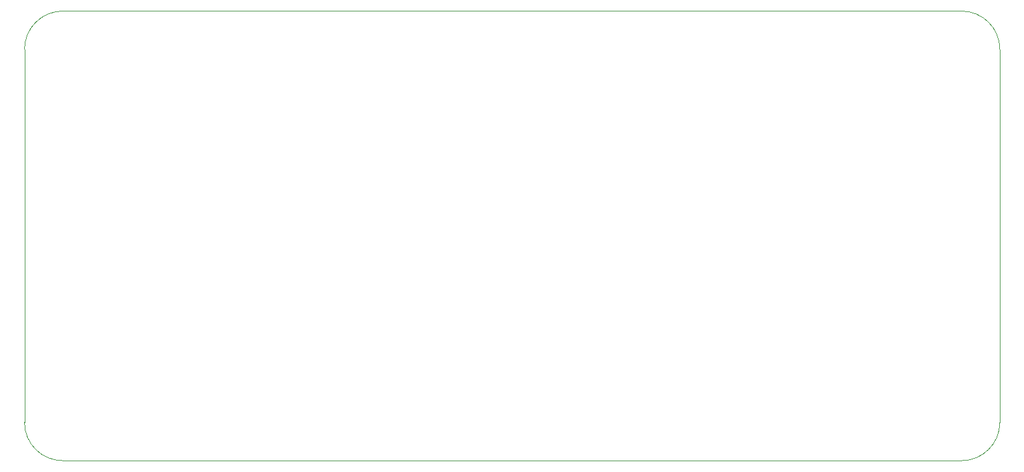
<source format=gbr>
G04*
G04 #@! TF.GenerationSoftware,Altium Limited,Altium Designer,25.1.2 (22)*
G04*
G04 Layer_Color=0*
%FSLAX44Y44*%
%MOMM*%
G71*
G04*
G04 #@! TF.SameCoordinates,939082EE-E914-4D5A-B06F-098D18607A17*
G04*
G04*
G04 #@! TF.FilePolarity,Positive*
G04*
G01*
G75*
%ADD83C,0.0254*%
D83*
X151000Y99998D02*
G02*
X99998Y151000I0J51002D01*
G01*
Y648997D01*
X100000Y649000D01*
D02*
G02*
X151003Y700003I51002J0D01*
G01*
X151005Y700000D01*
X1349000D01*
Y700003D01*
D02*
G02*
X1400002Y649000I0J-51002D01*
G01*
X1400000Y150500D01*
D02*
G02*
X1349000Y99998I-51000J500D01*
G01*
X151000Y99998D01*
M02*

</source>
